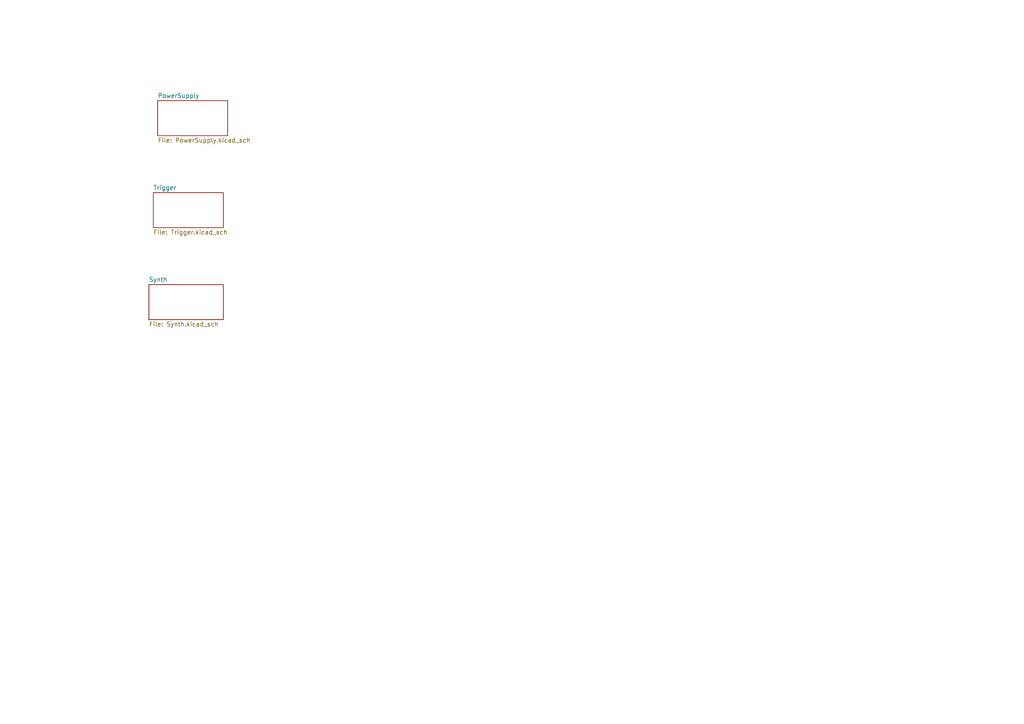
<source format=kicad_sch>
(kicad_sch (version 20230121) (generator eeschema)
  (paper "A4")
  (lib_symbols)
  (sheet (at 45.72 29.21) (size 20.32 10.16) (stroke (width 0.1524))
    (property "Sheetname" "PowerSupply" (at 45.72 28.4984 0) (effects (justify left bottom)))
    (property "Sheetfile" "PowerSupply.kicad_sch" (at 45.72 39.9546 0) (effects (justify left top)))
  )
  (sheet (at 44.45 55.88) (size 20.32 10.16) (stroke (width 0.1524))
    (property "Sheetname" "Trigger" (at 44.45 55.1684 0) (effects (justify left bottom)))
    (property "Sheetfile" "Trigger.kicad_sch" (at 44.45 66.6246 0) (effects (justify left top)))
  )
  (sheet (at 43.18 82.55) (size 21.59 10.16) (stroke (width 0.1524))
    (property "Sheetname" "Synth" (at 43.18 81.8384 0) (effects (justify left bottom)))
    (property "Sheetfile" "Synth.kicad_sch" (at 43.18 93.2946 0) (effects (justify left top)))
  )
)
</source>
